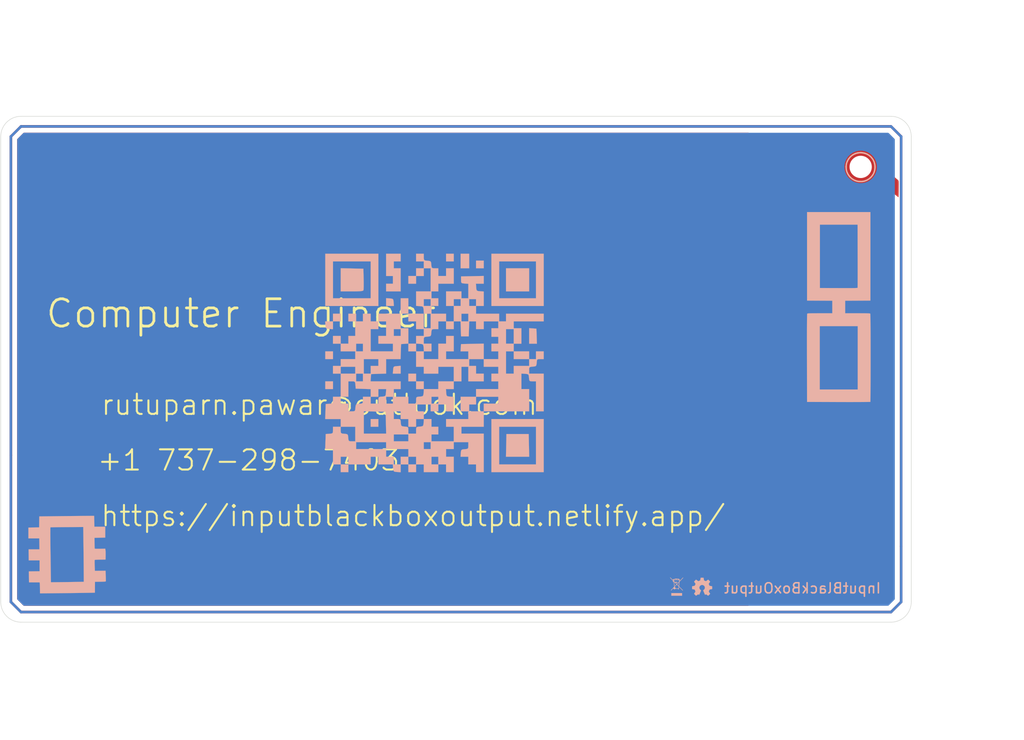
<source format=kicad_pcb>
(kicad_pcb (version 20171130) (host pcbnew "(5.1.12)-1")
  (layers (0 F.Cu signal) (31 B.Cu signal) (34 B.Paste user) (35 F.Paste user) (36 B.SilkS user) (37 F.SilkS user) (38 B.Mask user) (39 F.Mask user) (44 Edge.Cuts user))
  (net 0 "")
  (module Artwork:WEEE-Logo-SilkScreen (layer B.Cu) (at 166.81 116.23 180)
    (fp_text reference REF** hide)
    (fp_text value WEEE-Logo_4.2x6mm_SilkScreen hide)
  )
  (module Artwork:OSHW-Symbol-SilkScreen (layer B.Cu) (at 169.33 116.25 180)
    (fp_text reference REF** hide)
    (fp_text value OSHW-Symbol_6.7x6mm_SilkScreen hide)
  )
  (module Artwork:qr-code (layer B.Cu) (at 143 94 180)
    (fp_text reference G*** hide)
    (fp_text value LOGO hide)
  )
  (module Artwork:design-1-solder-mask (layer F.Cu) (at 181.5 94.25)
    (fp_text reference G*** hide)
    (fp_text value LOGO hide)
  )
  (module Artwork:design-2 (layer B.Cu) (at 145 94.75 180)
    (fp_text reference G*** hide)
    (fp_text value LOGO hide)
  )
  (module Artwork:design-1-copper (layer F.Cu) (at 181.5 94.25)
    (fp_text reference G*** hide)
    (fp_text value LOGO hide)
    (fp_poly (pts (xy 3.746484 -21.204971) (xy 3.939865 -21.174317) (xy 4.064 -21.140568) (xy 4.349355 -21.012764) (xy 4.603414 -20.839326) (xy 4.822948 -20.623586) (xy 5.004734 -20.368879) (xy 5.145545 -20.078538) (xy 5.177825 -19.989429) (xy 5.237371 -19.812628) (xy 6.181741 -19.03411) (xy 6.38283 -18.868115) (xy 6.572234 -18.711342) (xy 6.745111 -18.567829) (xy 6.896615 -18.441617) (xy 7.021903 -18.336747) (xy 7.116131 -18.257259) (xy 7.174454 -18.207194) (xy 7.190053 -18.193101) (xy 7.208539 -18.173987) (xy 7.223005 -18.15262) (xy 7.233875 -18.122461) (xy 7.24157 -18.076972) (xy 7.246512 -18.009613) (xy 7.249121 -17.913847) (xy 7.249819 -17.783135) (xy 7.249028 -17.610937) (xy 7.24717 -17.390717) (xy 7.246498 -17.317585) (xy 7.239 -16.504561) (xy 6.279444 -17.248444) (xy 6.06644 -17.413551) (xy 5.858649 -17.574577) (xy 5.662213 -17.726764) (xy 5.483273 -17.865356) (xy 5.327973 -17.985597) (xy 5.202453 -18.082729) (xy 5.112855 -18.151995) (xy 5.087745 -18.171378) (xy 4.855602 -18.350429) (xy 4.678523 -18.190124) (xy 4.433147 -18.003602) (xy 4.168296 -17.866454) (xy 3.89012 -17.777921) (xy 3.604768 -17.737246) (xy 3.318392 -17.743671) (xy 3.037141 -17.796438) (xy 2.767163 -17.894789) (xy 2.514611 -18.037967) (xy 2.285632 -18.225214) (xy 2.086378 -18.455771) (xy 2.045579 -18.514577) (xy 1.914776 -18.711333) (xy -7.253111 -18.711333) (xy -7.253111 -19.505814) (xy 2.499192 -19.505814) (xy 2.515754 -19.294853) (xy 2.577422 -19.08947) (xy 2.685066 -18.897253) (xy 2.839559 -18.725791) (xy 2.869565 -18.700061) (xy 2.953034 -18.642336) (xy 3.060279 -18.582579) (xy 3.128233 -18.550921) (xy 3.284472 -18.50643) (xy 3.465502 -18.488247) (xy 3.651048 -18.495916) (xy 3.820831 -18.528983) (xy 3.922889 -18.568753) (xy 4.130925 -18.700936) (xy 4.291069 -18.860334) (xy 4.407236 -19.051756) (xy 4.475416 -19.247469) (xy 4.506921 -19.472056) (xy 4.4881 -19.68545) (xy 4.424685 -19.883063) (xy 4.322407 -20.060307) (xy 4.186997 -20.212593) (xy 4.024185 -20.335333) (xy 3.839704 -20.423938) (xy 3.639284 -20.473821) (xy 3.428656 -20.480392) (xy 3.213551 -20.439063) (xy 3.062435 -20.378709) (xy 2.866551 -20.253679) (xy 2.711414 -20.096286) (xy 2.597893 -19.914119) (xy 2.526862 -19.714766) (xy 2.499192 -19.505814) (xy -7.253111 -19.505814) (xy -7.253111 -20.207111) (xy 1.905097 -20.207111) (xy 1.969814 -20.329105) (xy 2.117742 -20.552203) (xy 2.310053 -20.755819) (xy 2.535871 -20.931982) (xy 2.784323 -21.072724) (xy 3.044531 -21.170075) (xy 3.152189 -21.195615) (xy 3.331153 -21.216917) (xy 3.536416 -21.219604) (xy 3.746484 -21.204971)) (layer F.Cu) (width 0.01))
    (fp_poly (pts (xy -3.19383 -11.863372) (xy -3.069852 -11.857943) (xy -2.970734 -11.846805) (xy -2.880694 -11.827975) (xy -2.783954 -11.799472) (xy -2.751667 -11.788872) (xy -2.471449 -11.674282) (xy -2.222831 -11.524688) (xy -1.990088 -11.330309) (xy -1.947539 -11.288683) (xy -1.744051 -11.057501) (xy -1.587623 -10.81419) (xy -1.468942 -10.543738) (xy -1.448748 -10.484555) (xy -1.413366 -10.36544) (xy -1.390737 -10.255907) (xy -1.378056 -10.135885) (xy -1.372518 -9.985299) (xy -1.371859 -9.934222) (xy -1.372691 -9.787105) (xy -1.37736 -9.644723) (xy -1.38505 -9.52594) (xy -1.392202 -9.464343) (xy -1.415626 -9.319019) (xy 1.916853 -6.814497) (xy 5.249333 -4.309975) (xy 5.249333 23.509112) (xy 3.725333 23.509112) (xy 3.723823 -3.485444) (xy 0.680266 -5.805532) (xy -2.36329 -8.125619) (xy -2.557479 -8.044243) (xy -2.882391 -7.93727) (xy -3.210707 -7.885443) (xy -3.537627 -7.88808) (xy -3.858351 -7.944497) (xy -4.168078 -8.054014) (xy -4.462009 -8.215946) (xy -4.629936 -8.338909) (xy -4.861264 -8.561318) (xy -5.055576 -8.822218) (xy -5.207574 -9.113408) (xy -5.298003 -9.372953) (xy -5.324222 -9.497217) (xy -5.339702 -9.645923) (xy -5.345646 -9.832533) (xy -5.345715 -9.906) (xy -5.345014 -9.953539) (xy -4.118867 -9.953539) (xy -4.106477 -9.767971) (xy -4.050416 -9.593547) (xy -3.988732 -9.490537) (xy -3.846927 -9.343348) (xy -3.679439 -9.243639) (xy -3.494088 -9.19346) (xy -3.298693 -9.194865) (xy -3.101076 -9.249906) (xy -3.090017 -9.254653) (xy -2.93249 -9.353334) (xy -2.804008 -9.494516) (xy -2.711373 -9.668823) (xy -2.665233 -9.840138) (xy -2.665887 -10.003643) (xy -2.713449 -10.171009) (xy -2.800803 -10.329734) (xy -2.920836 -10.467319) (xy -3.066432 -10.571264) (xy -3.087433 -10.581929) (xy -3.251974 -10.632386) (xy -3.433769 -10.639586) (xy -3.61713 -10.606104) (xy -3.786368 -10.534518) (xy -3.905292 -10.447614) (xy -4.017145 -10.30631) (xy -4.088713 -10.137302) (xy -4.118867 -9.953539) (xy -5.345014 -9.953539) (xy -5.343357 -10.065817) (xy -5.336579 -10.186495) (xy -5.323025 -10.285299) (xy -5.30034 -10.379496) (xy -5.266783 -10.484555) (xy -5.130289 -10.801319) (xy -4.948096 -11.085321) (xy -4.756449 -11.302413) (xy -4.575199 -11.465478) (xy -4.391647 -11.593907) (xy -4.186663 -11.699527) (xy -3.986706 -11.778286) (xy -3.881271 -11.814344) (xy -3.794204 -11.838875) (xy -3.709862 -11.854039) (xy -3.612601 -11.861998) (xy -3.486778 -11.864912) (xy -3.358445 -11.865072) (xy -3.19383 -11.863372)) (layer F.Cu) (width 0.01))
    (fp_poly (pts (xy -3.168404 -1.362415) (xy -2.966245 -1.347303) (xy -2.796517 -1.317099) (xy -2.794 -1.316446) (xy -2.471127 -1.204024) (xy -2.178063 -1.044866) (xy -1.918165 -0.842094) (xy -1.694788 -0.598833) (xy -1.511286 -0.318206) (xy -1.371015 -0.003338) (xy -1.364898 0.014112) (xy -1.331474 0.11682) (xy -1.309025 0.206701) (xy -1.295364 0.300058) (xy -1.288306 0.413196) (xy -1.285666 0.562416) (xy -1.285442 0.606778) (xy -1.292381 0.849014) (xy -1.318217 1.056239) (xy -1.367578 1.248057) (xy -1.445094 1.444069) (xy -1.518736 1.594556) (xy -1.625104 1.762393) (xy -1.769733 1.938077) (xy -1.938752 2.107822) (xy -2.118289 2.25784) (xy -2.294472 2.374345) (xy -2.314223 2.385148) (xy -2.525889 2.498097) (xy -2.533034 6.850249) (xy -2.540179 11.202402) (xy -2.331375 11.379701) (xy -2.276316 11.425939) (xy -2.181564 11.50491) (xy -2.050964 11.613429) (xy -1.888365 11.748308) (xy -1.697612 11.906363) (xy -1.482552 12.084408) (xy -1.247033 12.279256) (xy -0.994902 12.487722) (xy -0.730004 12.70662) (xy -0.456188 12.932764) (xy -0.413376 12.968112) (xy 1.295818 14.379223) (xy 1.29702 18.944167) (xy 1.298222 23.509112) (xy -0.197556 23.509112) (xy -0.199013 19.339278) (xy -0.200469 15.169445) (xy -0.318957 15.07509) (xy -0.358767 15.042739) (xy -0.438587 14.977296) (xy -0.554925 14.881638) (xy -0.704293 14.758644) (xy -0.8832 14.611191) (xy -1.088157 14.442156) (xy -1.315673 14.254418) (xy -1.56226 14.050855) (xy -1.824426 13.834343) (xy -2.098683 13.607761) (xy -2.235562 13.494645) (xy -4.033678 12.008556) (xy -4.035778 2.486634) (xy -4.240389 2.379956) (xy -4.400172 2.278738) (xy -4.570188 2.140691) (xy -4.736084 1.979797) (xy -4.88351 1.810039) (xy -4.998114 1.645396) (xy -5.003111 1.636885) (xy -5.14367 1.342316) (xy -5.231813 1.038869) (xy -5.269768 0.73181) (xy -5.264286 0.564444) (xy -4.036304 0.564444) (xy -4.032425 0.723181) (xy -4.005979 0.837774) (xy -3.912681 1.011723) (xy -3.781208 1.151302) (xy -3.620763 1.252117) (xy -3.44055 1.309775) (xy -3.249776 1.319881) (xy -3.072614 1.283324) (xy -2.898997 1.196078) (xy -2.758187 1.068689) (xy -2.655233 0.910161) (xy -2.595184 0.729498) (xy -2.583089 0.535704) (xy -2.596947 0.435028) (xy -2.659724 0.2541) (xy -2.760709 0.106295) (xy -2.891655 -0.007328) (xy -3.044314 -0.085708) (xy -3.21044 -0.127785) (xy -3.381787 -0.132501) (xy -3.550109 -0.098794) (xy -3.707157 -0.025605) (xy -3.844686 0.088125) (xy -3.95445 0.243458) (xy -3.962676 0.259497) (xy -4.012468 0.402045) (xy -4.036304 0.564444) (xy -5.264286 0.564444) (xy -5.259763 0.426406) (xy -5.204025 0.127922) (xy -5.104783 -0.158375) (xy -4.964264 -0.427218) (xy -4.784696 -0.673341) (xy -4.568306 -0.891477) (xy -4.317323 -1.076361) (xy -4.033974 -1.222726) (xy -3.753556 -1.317057) (xy -3.58365 -1.347306) (xy -3.381403 -1.362421) (xy -3.168404 -1.362415)) (layer F.Cu) (width 0.01))
    (fp_poly (pts (xy -4.144865 15.770964) (xy -3.82392 15.850011) (xy -3.525401 15.98024) (xy -3.251984 16.160362) (xy -3.006347 16.389089) (xy -2.909086 16.503125) (xy -2.729712 16.772276) (xy -2.59889 17.063904) (xy -2.517016 17.37104) (xy -2.484488 17.686717) (xy -2.501702 18.003966) (xy -2.569053 18.315819) (xy -2.68694 18.615309) (xy -2.779425 18.781889) (xy -2.963569 19.030544) (xy -3.188764 19.256421) (xy -3.440261 19.445249) (xy -3.506611 19.485629) (xy -3.640667 19.563364) (xy -3.640667 23.509112) (xy -5.136445 23.509112) (xy -5.138242 21.568834) (xy -5.14004 19.628556) (xy -5.386825 19.509835) (xy -5.660802 19.34785) (xy -5.90024 19.145233) (xy -6.102421 18.907971) (xy -6.264629 18.642053) (xy -6.384146 18.353465) (xy -6.458255 18.048194) (xy -6.484239 17.732228) (xy -6.483661 17.724759) (xy -5.167764 17.724759) (xy -5.13674 17.908904) (xy -5.062514 18.07929) (xy -4.94863 18.226506) (xy -4.798637 18.341144) (xy -4.695402 18.389404) (xy -4.58328 18.413911) (xy -4.444366 18.42037) (xy -4.301817 18.409829) (xy -4.178788 18.383338) (xy -4.130659 18.363838) (xy -3.959541 18.246788) (xy -3.830566 18.097394) (xy -3.747958 17.922318) (xy -3.715944 17.728223) (xy -3.715687 17.709445) (xy -3.741257 17.506152) (xy -3.814689 17.326229) (xy -3.930459 17.175951) (xy -4.083038 17.061593) (xy -4.2669 16.989429) (xy -4.365683 16.971496) (xy -4.554485 16.976313) (xy -4.73625 17.03103) (xy -4.899077 17.129349) (xy -5.031061 17.264966) (xy -5.086019 17.352834) (xy -5.152039 17.536266) (xy -5.167764 17.724759) (xy -6.483661 17.724759) (xy -6.459381 17.411554) (xy -6.421604 17.229667) (xy -6.320184 16.943111) (xy -6.170197 16.670553) (xy -5.978913 16.420116) (xy -5.753603 16.199928) (xy -5.501536 16.018111) (xy -5.229983 15.882791) (xy -5.209323 15.874852) (xy -5.024862 15.811495) (xy -4.861881 15.771659) (xy -4.695219 15.75081) (xy -4.499717 15.744411) (xy -4.485557 15.744387) (xy -4.144865 15.770964)) (layer F.Cu) (width 0.01))
  )
  (module Artwork:website (layer F.Cu) (at 106.5 109.25)
    (fp_text reference G*** hide)
    (fp_text value LOGO hide)
  )
  (module Artwork:phone (layer F.Cu) (at 106.5 103.75)
    (fp_text reference G*** hide)
    (fp_text value LOGO hide)
  )
  (module MountingHole:MountingHole_2.2mm_M2 (layer F.Cu) (at 185 74.75)
    (fp_text reference REF**)
    (fp_text value MountingHole_2.2mm_M2)
    (pad 1 np_thru_hole circle (at 0 0) (size 2.2 2.2) (drill 2.2) (layers *.Cu *.Mask))
  )
  (module Artwork:email (layer F.Cu) (at 106.5 98.25)
    (fp_text reference G*** hide)
    (fp_text value LOGO hide)
  )
  (gr_text InputBlackBoxOutput (at 179.25 116.4) (layer B.SilkS) (effects (font (size 1 1)) (justify mirror)))
  (gr_text https://inputblackboxoutput.netlify.app/ (at 140.75 109.25) (layer F.SilkS) (effects (font (size 2 2) (thickness 0.2))))
  (gr_text "Computer Engineer" (at 123.75 89.25) (layer F.SilkS) (effects (font (size 2.7 2.7) (thickness 0.27))))
  (gr_text "+1 737-298-7403" (at 124.5 103.75) (layer F.SilkS) (effects (font (size 2 2) (thickness 0.2))))
  (gr_text rutuparn.pawar@outlook.com (at 131.5 98.25) (layer F.SilkS) (effects (font (size 2 2) (thickness 0.2))))
  (gr_line (start 102 119.75) (end 188 119.75) (layer Edge.Cuts) (width 0.05))
  (gr_line (start 100 71.75) (end 100 117.75) (layer Edge.Cuts) (width 0.05))
  (gr_line (start 188 69.75) (end 102 69.75) (layer Edge.Cuts) (width 0.05))
  (gr_line (start 190 117.75) (end 190 71.75) (layer Edge.Cuts) (width 0.05))
  (gr_arc (start 188 117.75) (end 188 119.75) (angle -90) (layer Edge.Cuts) (width 0.05))
  (gr_arc (start 102 117.75) (end 100 117.75) (angle -90) (layer Edge.Cuts) (width 0.05))
  (gr_arc (start 102 71.75) (end 102 69.75) (angle -90) (layer Edge.Cuts) (width 0.05))
  (gr_arc (start 188 71.75) (end 190 71.75) (angle -90) (layer Edge.Cuts) (width 0.05))
  (segment (start 188 70.75) (end 189 71.75) (width 0.25) (layer F.Cu) (net 0))
  (segment (start 101 117.75) (end 102 118.75) (width 0.25) (layer F.Cu) (net 0))
  (segment (start 102 118.75) (end 188 118.75) (width 0.25) (layer F.Cu) (net 0))
  (segment (start 188 118.75) (end 189 117.75) (width 0.25) (layer F.Cu) (net 0))
  (segment (start 102 70.75) (end 188 70.75) (width 0.25) (layer F.Cu) (net 0))
  (segment (start 101 71.75) (end 102 70.75) (width 0.25) (layer F.Cu) (net 0))
  (segment (start 101 103.25) (end 101 71.75) (width 0.25) (layer F.Cu) (net 0))
  (segment (start 101 117.75) (end 101 103.25) (width 0.25) (layer F.Cu) (net 0))
  (segment (start 189 112.25) (end 189 71.75) (width 0.25) (layer F.Cu) (net 0))
  (segment (start 189 117.75) (end 189 112.25) (width 0.25) (layer F.Cu) (net 0))
  (segment (start 101 117.75) (end 101 71.75) (width 0.25) (layer B.Cu) (net 0))
  (segment (start 102 118.75) (end 101 117.75) (width 0.25) (layer B.Cu) (net 0))
  (segment (start 188 118.75) (end 102 118.75) (width 0.25) (layer B.Cu) (net 0))
  (segment (start 101 71.75) (end 102 70.75) (width 0.25) (layer B.Cu) (net 0))
  (segment (start 189 71.75) (end 189 117.75) (width 0.25) (layer B.Cu) (net 0))
  (segment (start 189 117.75) (end 188 118.75) (width 0.25) (layer B.Cu) (net 0))
  (segment (start 188 70.75) (end 189 71.75) (width 0.25) (layer B.Cu) (net 0))
  (segment (start 102 70.75) (end 188 70.75) (width 0.25) (layer B.Cu) (net 0))
  (zone (net 0) (net_name "") (layer B.Cu) (connect_pads (clearance 0.5)) (min_thickness 0.25) (fill yes (arc_segments 32) (thermal_gap 0.5) (thermal_bridge_width 0.5))
    (polygon (pts (xy 190 119.75) (xy 100 119.75) (xy 100 69.75) (xy 190 69.75)))
  )
  (zone (net 0) (net_name "") (layer F.Cu) (connect_pads (clearance 0.5)) (min_thickness 0.254) (fill yes (arc_segments 32) (thermal_gap 0.508) (thermal_bridge_width 0.508))
    (polygon (pts (xy 174 119.8) (xy 100 119.8) (xy 100 69.8) (xy 174 69.8)))
  )
)
</source>
